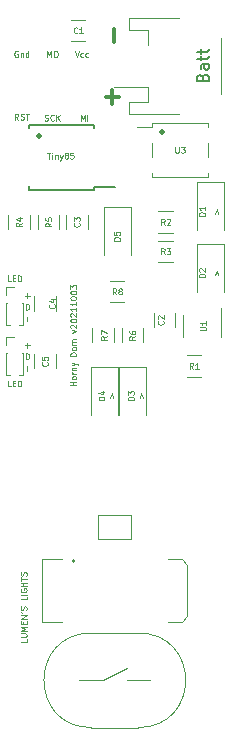
<source format=gbr>
%TF.GenerationSoftware,KiCad,Pcbnew,(5.1.6)-1*%
%TF.CreationDate,2021-10-03T16:09:20-04:00*%
%TF.ProjectId,horny_dom,686f726e-795f-4646-9f6d-2e6b69636164,rev?*%
%TF.SameCoordinates,Original*%
%TF.FileFunction,Legend,Top*%
%TF.FilePolarity,Positive*%
%FSLAX46Y46*%
G04 Gerber Fmt 4.6, Leading zero omitted, Abs format (unit mm)*
G04 Created by KiCad (PCBNEW (5.1.6)-1) date 2021-10-03 16:09:20*
%MOMM*%
%LPD*%
G01*
G04 APERTURE LIST*
%ADD10C,0.125000*%
%ADD11C,0.300000*%
%ADD12C,0.120000*%
%ADD13C,0.150000*%
G04 APERTURE END LIST*
D10*
X146426190Y-104126190D02*
X145926190Y-104126190D01*
X146164285Y-104126190D02*
X146164285Y-103840476D01*
X146426190Y-103840476D02*
X145926190Y-103840476D01*
X146426190Y-103530952D02*
X146402380Y-103578571D01*
X146378571Y-103602380D01*
X146330952Y-103626190D01*
X146188095Y-103626190D01*
X146140476Y-103602380D01*
X146116666Y-103578571D01*
X146092857Y-103530952D01*
X146092857Y-103459523D01*
X146116666Y-103411904D01*
X146140476Y-103388095D01*
X146188095Y-103364285D01*
X146330952Y-103364285D01*
X146378571Y-103388095D01*
X146402380Y-103411904D01*
X146426190Y-103459523D01*
X146426190Y-103530952D01*
X146426190Y-103150000D02*
X146092857Y-103150000D01*
X146188095Y-103150000D02*
X146140476Y-103126190D01*
X146116666Y-103102380D01*
X146092857Y-103054761D01*
X146092857Y-103007142D01*
X146092857Y-102840476D02*
X146426190Y-102840476D01*
X146140476Y-102840476D02*
X146116666Y-102816666D01*
X146092857Y-102769047D01*
X146092857Y-102697619D01*
X146116666Y-102650000D01*
X146164285Y-102626190D01*
X146426190Y-102626190D01*
X146092857Y-102435714D02*
X146426190Y-102316666D01*
X146092857Y-102197619D02*
X146426190Y-102316666D01*
X146545238Y-102364285D01*
X146569047Y-102388095D01*
X146592857Y-102435714D01*
X146426190Y-101626190D02*
X145926190Y-101626190D01*
X145926190Y-101507142D01*
X145950000Y-101435714D01*
X145997619Y-101388095D01*
X146045238Y-101364285D01*
X146140476Y-101340476D01*
X146211904Y-101340476D01*
X146307142Y-101364285D01*
X146354761Y-101388095D01*
X146402380Y-101435714D01*
X146426190Y-101507142D01*
X146426190Y-101626190D01*
X146426190Y-101054761D02*
X146402380Y-101102380D01*
X146378571Y-101126190D01*
X146330952Y-101150000D01*
X146188095Y-101150000D01*
X146140476Y-101126190D01*
X146116666Y-101102380D01*
X146092857Y-101054761D01*
X146092857Y-100983333D01*
X146116666Y-100935714D01*
X146140476Y-100911904D01*
X146188095Y-100888095D01*
X146330952Y-100888095D01*
X146378571Y-100911904D01*
X146402380Y-100935714D01*
X146426190Y-100983333D01*
X146426190Y-101054761D01*
X146426190Y-100673809D02*
X146092857Y-100673809D01*
X146140476Y-100673809D02*
X146116666Y-100650000D01*
X146092857Y-100602380D01*
X146092857Y-100530952D01*
X146116666Y-100483333D01*
X146164285Y-100459523D01*
X146426190Y-100459523D01*
X146164285Y-100459523D02*
X146116666Y-100435714D01*
X146092857Y-100388095D01*
X146092857Y-100316666D01*
X146116666Y-100269047D01*
X146164285Y-100245238D01*
X146426190Y-100245238D01*
X146092857Y-99673809D02*
X146426190Y-99554761D01*
X146092857Y-99435714D01*
X145973809Y-99269047D02*
X145950000Y-99245238D01*
X145926190Y-99197619D01*
X145926190Y-99078571D01*
X145950000Y-99030952D01*
X145973809Y-99007142D01*
X146021428Y-98983333D01*
X146069047Y-98983333D01*
X146140476Y-99007142D01*
X146426190Y-99292857D01*
X146426190Y-98983333D01*
X145926190Y-98673809D02*
X145926190Y-98626190D01*
X145950000Y-98578571D01*
X145973809Y-98554761D01*
X146021428Y-98530952D01*
X146116666Y-98507142D01*
X146235714Y-98507142D01*
X146330952Y-98530952D01*
X146378571Y-98554761D01*
X146402380Y-98578571D01*
X146426190Y-98626190D01*
X146426190Y-98673809D01*
X146402380Y-98721428D01*
X146378571Y-98745238D01*
X146330952Y-98769047D01*
X146235714Y-98792857D01*
X146116666Y-98792857D01*
X146021428Y-98769047D01*
X145973809Y-98745238D01*
X145950000Y-98721428D01*
X145926190Y-98673809D01*
X145973809Y-98316666D02*
X145950000Y-98292857D01*
X145926190Y-98245238D01*
X145926190Y-98126190D01*
X145950000Y-98078571D01*
X145973809Y-98054761D01*
X146021428Y-98030952D01*
X146069047Y-98030952D01*
X146140476Y-98054761D01*
X146426190Y-98340476D01*
X146426190Y-98030952D01*
X146426190Y-97554761D02*
X146426190Y-97840476D01*
X146426190Y-97697619D02*
X145926190Y-97697619D01*
X145997619Y-97745238D01*
X146045238Y-97792857D01*
X146069047Y-97840476D01*
X146426190Y-97078571D02*
X146426190Y-97364285D01*
X146426190Y-97221428D02*
X145926190Y-97221428D01*
X145997619Y-97269047D01*
X146045238Y-97316666D01*
X146069047Y-97364285D01*
X145926190Y-96769047D02*
X145926190Y-96721428D01*
X145950000Y-96673809D01*
X145973809Y-96650000D01*
X146021428Y-96626190D01*
X146116666Y-96602380D01*
X146235714Y-96602380D01*
X146330952Y-96626190D01*
X146378571Y-96650000D01*
X146402380Y-96673809D01*
X146426190Y-96721428D01*
X146426190Y-96769047D01*
X146402380Y-96816666D01*
X146378571Y-96840476D01*
X146330952Y-96864285D01*
X146235714Y-96888095D01*
X146116666Y-96888095D01*
X146021428Y-96864285D01*
X145973809Y-96840476D01*
X145950000Y-96816666D01*
X145926190Y-96769047D01*
X145926190Y-96292857D02*
X145926190Y-96245238D01*
X145950000Y-96197619D01*
X145973809Y-96173809D01*
X146021428Y-96150000D01*
X146116666Y-96126190D01*
X146235714Y-96126190D01*
X146330952Y-96150000D01*
X146378571Y-96173809D01*
X146402380Y-96197619D01*
X146426190Y-96245238D01*
X146426190Y-96292857D01*
X146402380Y-96340476D01*
X146378571Y-96364285D01*
X146330952Y-96388095D01*
X146235714Y-96411904D01*
X146116666Y-96411904D01*
X146021428Y-96388095D01*
X145973809Y-96364285D01*
X145950000Y-96340476D01*
X145926190Y-96292857D01*
X145926190Y-95959523D02*
X145926190Y-95650000D01*
X146116666Y-95816666D01*
X146116666Y-95745238D01*
X146140476Y-95697619D01*
X146164285Y-95673809D01*
X146211904Y-95650000D01*
X146330952Y-95650000D01*
X146378571Y-95673809D01*
X146402380Y-95697619D01*
X146426190Y-95745238D01*
X146426190Y-95888095D01*
X146402380Y-95935714D01*
X146378571Y-95959523D01*
X142226190Y-125590476D02*
X142226190Y-125828571D01*
X141726190Y-125828571D01*
X141726190Y-125423809D02*
X142130952Y-125423809D01*
X142178571Y-125400000D01*
X142202380Y-125376190D01*
X142226190Y-125328571D01*
X142226190Y-125233333D01*
X142202380Y-125185714D01*
X142178571Y-125161904D01*
X142130952Y-125138095D01*
X141726190Y-125138095D01*
X142226190Y-124900000D02*
X141726190Y-124900000D01*
X142083333Y-124733333D01*
X141726190Y-124566666D01*
X142226190Y-124566666D01*
X141964285Y-124328571D02*
X141964285Y-124161904D01*
X142226190Y-124090476D02*
X142226190Y-124328571D01*
X141726190Y-124328571D01*
X141726190Y-124090476D01*
X142226190Y-123876190D02*
X141726190Y-123876190D01*
X142226190Y-123590476D01*
X141726190Y-123590476D01*
X141726190Y-123328571D02*
X141821428Y-123376190D01*
X142202380Y-123138095D02*
X142226190Y-123066666D01*
X142226190Y-122947619D01*
X142202380Y-122900000D01*
X142178571Y-122876190D01*
X142130952Y-122852380D01*
X142083333Y-122852380D01*
X142035714Y-122876190D01*
X142011904Y-122900000D01*
X141988095Y-122947619D01*
X141964285Y-123042857D01*
X141940476Y-123090476D01*
X141916666Y-123114285D01*
X141869047Y-123138095D01*
X141821428Y-123138095D01*
X141773809Y-123114285D01*
X141750000Y-123090476D01*
X141726190Y-123042857D01*
X141726190Y-122923809D01*
X141750000Y-122852380D01*
X142226190Y-122019047D02*
X142226190Y-122257142D01*
X141726190Y-122257142D01*
X142226190Y-121852380D02*
X141726190Y-121852380D01*
X141750000Y-121352380D02*
X141726190Y-121400000D01*
X141726190Y-121471428D01*
X141750000Y-121542857D01*
X141797619Y-121590476D01*
X141845238Y-121614285D01*
X141940476Y-121638095D01*
X142011904Y-121638095D01*
X142107142Y-121614285D01*
X142154761Y-121590476D01*
X142202380Y-121542857D01*
X142226190Y-121471428D01*
X142226190Y-121423809D01*
X142202380Y-121352380D01*
X142178571Y-121328571D01*
X142011904Y-121328571D01*
X142011904Y-121423809D01*
X142226190Y-121114285D02*
X141726190Y-121114285D01*
X141964285Y-121114285D02*
X141964285Y-120828571D01*
X142226190Y-120828571D02*
X141726190Y-120828571D01*
X141726190Y-120661904D02*
X141726190Y-120376190D01*
X142226190Y-120519047D02*
X141726190Y-120519047D01*
X142202380Y-120233333D02*
X142226190Y-120161904D01*
X142226190Y-120042857D01*
X142202380Y-119995238D01*
X142178571Y-119971428D01*
X142130952Y-119947619D01*
X142083333Y-119947619D01*
X142035714Y-119971428D01*
X142011904Y-119995238D01*
X141988095Y-120042857D01*
X141964285Y-120138095D01*
X141940476Y-120185714D01*
X141916666Y-120209523D01*
X141869047Y-120233333D01*
X141821428Y-120233333D01*
X141773809Y-120209523D01*
X141750000Y-120185714D01*
X141726190Y-120138095D01*
X141726190Y-120019047D01*
X141750000Y-119947619D01*
X151792857Y-105190476D02*
X151935714Y-104809523D01*
X152078571Y-105190476D01*
X149292857Y-105190476D02*
X149435714Y-104809523D01*
X149578571Y-105190476D01*
X158192857Y-89590476D02*
X158335714Y-89209523D01*
X158478571Y-89590476D01*
X158192857Y-94790476D02*
X158335714Y-94409523D01*
X158478571Y-94790476D01*
X143757142Y-81702380D02*
X143828571Y-81726190D01*
X143947619Y-81726190D01*
X143995238Y-81702380D01*
X144019047Y-81678571D01*
X144042857Y-81630952D01*
X144042857Y-81583333D01*
X144019047Y-81535714D01*
X143995238Y-81511904D01*
X143947619Y-81488095D01*
X143852380Y-81464285D01*
X143804761Y-81440476D01*
X143780952Y-81416666D01*
X143757142Y-81369047D01*
X143757142Y-81321428D01*
X143780952Y-81273809D01*
X143804761Y-81250000D01*
X143852380Y-81226190D01*
X143971428Y-81226190D01*
X144042857Y-81250000D01*
X144542857Y-81678571D02*
X144519047Y-81702380D01*
X144447619Y-81726190D01*
X144400000Y-81726190D01*
X144328571Y-81702380D01*
X144280952Y-81654761D01*
X144257142Y-81607142D01*
X144233333Y-81511904D01*
X144233333Y-81440476D01*
X144257142Y-81345238D01*
X144280952Y-81297619D01*
X144328571Y-81250000D01*
X144400000Y-81226190D01*
X144447619Y-81226190D01*
X144519047Y-81250000D01*
X144542857Y-81273809D01*
X144757142Y-81726190D02*
X144757142Y-81226190D01*
X145042857Y-81726190D02*
X144828571Y-81440476D01*
X145042857Y-81226190D02*
X144757142Y-81511904D01*
X141526190Y-81626190D02*
X141359523Y-81388095D01*
X141240476Y-81626190D02*
X141240476Y-81126190D01*
X141430952Y-81126190D01*
X141478571Y-81150000D01*
X141502380Y-81173809D01*
X141526190Y-81221428D01*
X141526190Y-81292857D01*
X141502380Y-81340476D01*
X141478571Y-81364285D01*
X141430952Y-81388095D01*
X141240476Y-81388095D01*
X141716666Y-81602380D02*
X141788095Y-81626190D01*
X141907142Y-81626190D01*
X141954761Y-81602380D01*
X141978571Y-81578571D01*
X142002380Y-81530952D01*
X142002380Y-81483333D01*
X141978571Y-81435714D01*
X141954761Y-81411904D01*
X141907142Y-81388095D01*
X141811904Y-81364285D01*
X141764285Y-81340476D01*
X141740476Y-81316666D01*
X141716666Y-81269047D01*
X141716666Y-81221428D01*
X141740476Y-81173809D01*
X141764285Y-81150000D01*
X141811904Y-81126190D01*
X141930952Y-81126190D01*
X142002380Y-81150000D01*
X142145238Y-81126190D02*
X142430952Y-81126190D01*
X142288095Y-81626190D02*
X142288095Y-81126190D01*
X141478571Y-75850000D02*
X141430952Y-75826190D01*
X141359523Y-75826190D01*
X141288095Y-75850000D01*
X141240476Y-75897619D01*
X141216666Y-75945238D01*
X141192857Y-76040476D01*
X141192857Y-76111904D01*
X141216666Y-76207142D01*
X141240476Y-76254761D01*
X141288095Y-76302380D01*
X141359523Y-76326190D01*
X141407142Y-76326190D01*
X141478571Y-76302380D01*
X141502380Y-76278571D01*
X141502380Y-76111904D01*
X141407142Y-76111904D01*
X141716666Y-75992857D02*
X141716666Y-76326190D01*
X141716666Y-76040476D02*
X141740476Y-76016666D01*
X141788095Y-75992857D01*
X141859523Y-75992857D01*
X141907142Y-76016666D01*
X141930952Y-76064285D01*
X141930952Y-76326190D01*
X142383333Y-76326190D02*
X142383333Y-75826190D01*
X142383333Y-76302380D02*
X142335714Y-76326190D01*
X142240476Y-76326190D01*
X142192857Y-76302380D01*
X142169047Y-76278571D01*
X142145238Y-76230952D01*
X142145238Y-76088095D01*
X142169047Y-76040476D01*
X142192857Y-76016666D01*
X142240476Y-75992857D01*
X142335714Y-75992857D01*
X142383333Y-76016666D01*
X143971428Y-76326190D02*
X143971428Y-75826190D01*
X144138095Y-76183333D01*
X144304761Y-75826190D01*
X144304761Y-76326190D01*
X144638095Y-75826190D02*
X144733333Y-75826190D01*
X144780952Y-75850000D01*
X144828571Y-75897619D01*
X144852380Y-75992857D01*
X144852380Y-76159523D01*
X144828571Y-76254761D01*
X144780952Y-76302380D01*
X144733333Y-76326190D01*
X144638095Y-76326190D01*
X144590476Y-76302380D01*
X144542857Y-76254761D01*
X144519047Y-76159523D01*
X144519047Y-75992857D01*
X144542857Y-75897619D01*
X144590476Y-75850000D01*
X144638095Y-75826190D01*
X146304761Y-75826190D02*
X146471428Y-76326190D01*
X146638095Y-75826190D01*
X147019047Y-76302380D02*
X146971428Y-76326190D01*
X146876190Y-76326190D01*
X146828571Y-76302380D01*
X146804761Y-76278571D01*
X146780952Y-76230952D01*
X146780952Y-76088095D01*
X146804761Y-76040476D01*
X146828571Y-76016666D01*
X146876190Y-75992857D01*
X146971428Y-75992857D01*
X147019047Y-76016666D01*
X147447619Y-76302380D02*
X147400000Y-76326190D01*
X147304761Y-76326190D01*
X147257142Y-76302380D01*
X147233333Y-76278571D01*
X147209523Y-76230952D01*
X147209523Y-76088095D01*
X147233333Y-76040476D01*
X147257142Y-76016666D01*
X147304761Y-75992857D01*
X147400000Y-75992857D01*
X147447619Y-76016666D01*
X146814285Y-81726190D02*
X146814285Y-81226190D01*
X146980952Y-81583333D01*
X147147619Y-81226190D01*
X147147619Y-81726190D01*
X147385714Y-81726190D02*
X147385714Y-81226190D01*
D11*
X148928571Y-79707142D02*
X150071428Y-79707142D01*
X149500000Y-80278571D02*
X149500000Y-79135714D01*
X149607142Y-75071428D02*
X149607142Y-73928571D01*
X153700000Y-82635714D02*
X153771428Y-82707142D01*
X153700000Y-82778571D01*
X153628571Y-82707142D01*
X153700000Y-82635714D01*
X153700000Y-82778571D01*
X143300000Y-82935714D02*
X143371428Y-83007142D01*
X143300000Y-83078571D01*
X143228571Y-83007142D01*
X143300000Y-82935714D01*
X143300000Y-83078571D01*
D10*
X142109523Y-100735714D02*
X142490476Y-100735714D01*
X142300000Y-100926190D02*
X142300000Y-100545238D01*
X142169047Y-101926190D02*
X142169047Y-101426190D01*
X142288095Y-101426190D01*
X142359523Y-101450000D01*
X142407142Y-101497619D01*
X142430952Y-101545238D01*
X142454761Y-101640476D01*
X142454761Y-101711904D01*
X142430952Y-101807142D01*
X142407142Y-101854761D01*
X142359523Y-101902380D01*
X142288095Y-101926190D01*
X142169047Y-101926190D01*
X142235714Y-102890476D02*
X142235714Y-102509523D01*
X142169047Y-97726190D02*
X142169047Y-97226190D01*
X142288095Y-97226190D01*
X142359523Y-97250000D01*
X142407142Y-97297619D01*
X142430952Y-97345238D01*
X142454761Y-97440476D01*
X142454761Y-97511904D01*
X142430952Y-97607142D01*
X142407142Y-97654761D01*
X142359523Y-97702380D01*
X142288095Y-97726190D01*
X142169047Y-97726190D01*
X142235714Y-98690476D02*
X142235714Y-98309523D01*
X142109523Y-96535714D02*
X142490476Y-96535714D01*
X142300000Y-96726190D02*
X142300000Y-96345238D01*
D12*
%TO.C,U3*%
X157550000Y-84820000D02*
X157550000Y-83580000D01*
X152850000Y-84820000D02*
X152850000Y-83580000D01*
X152850000Y-82250000D02*
X152850000Y-81900000D01*
X152850000Y-81900000D02*
X157550000Y-81900000D01*
X157550000Y-81900000D02*
X157550000Y-82250000D01*
X152850000Y-82250000D02*
X151600000Y-82250000D01*
X152850000Y-86150000D02*
X152850000Y-86500000D01*
X152850000Y-86500000D02*
X157550000Y-86500000D01*
X157550000Y-86500000D02*
X157550000Y-86150000D01*
D13*
%TO.C,Tiny85*%
X147950000Y-87350000D02*
X149700000Y-87350000D01*
X147950000Y-82045000D02*
X142450000Y-82045000D01*
X147950000Y-87555000D02*
X142450000Y-87555000D01*
X147950000Y-82045000D02*
X147950000Y-82345000D01*
X142450000Y-82045000D02*
X142450000Y-82345000D01*
X142450000Y-87555000D02*
X142450000Y-87255000D01*
X147950000Y-87555000D02*
X147950000Y-87350000D01*
D12*
%TO.C,U1*%
X158710000Y-100000000D02*
X158710000Y-97550000D01*
X155490000Y-98200000D02*
X155490000Y-100000000D01*
%TO.C,SW1*%
X150700000Y-129100000D02*
X152700000Y-129100000D01*
X148700000Y-129100000D02*
X150700000Y-128100000D01*
X146700000Y-129100000D02*
X148700000Y-129100000D01*
X147700000Y-125100000D02*
X149700000Y-125100000D01*
X151700000Y-133100000D02*
X147700000Y-133100000D01*
X149700000Y-125100000D02*
X151700000Y-125100000D01*
X147700000Y-133100000D02*
G75*
G02*
X147700000Y-125100000I0J4000000D01*
G01*
X151700000Y-125100000D02*
G75*
G02*
X151700000Y-133100000I0J-4000000D01*
G01*
%TO.C,R8*%
X150502064Y-95290000D02*
X149297936Y-95290000D01*
X150502064Y-97110000D02*
X149297936Y-97110000D01*
%TO.C,R7*%
X147790000Y-99297936D02*
X147790000Y-100502064D01*
X149610000Y-99297936D02*
X149610000Y-100502064D01*
%TO.C,R6*%
X150290000Y-99297936D02*
X150290000Y-100502064D01*
X152110000Y-99297936D02*
X152110000Y-100502064D01*
%TO.C,R5*%
X145010000Y-90902064D02*
X145010000Y-89697936D01*
X143190000Y-90902064D02*
X143190000Y-89697936D01*
%TO.C,R4*%
X140690000Y-89697936D02*
X140690000Y-90902064D01*
X142510000Y-89697936D02*
X142510000Y-90902064D01*
%TO.C,R3*%
X154602064Y-91890000D02*
X153397936Y-91890000D01*
X154602064Y-93710000D02*
X153397936Y-93710000D01*
%TO.C,R2*%
X153397936Y-91210000D02*
X154602064Y-91210000D01*
X153397936Y-89390000D02*
X154602064Y-89390000D01*
%TO.C,R1*%
X155797936Y-103410000D02*
X157002064Y-103410000D01*
X155797936Y-101590000D02*
X157002064Y-101590000D01*
%TO.C,JP1*%
X151100000Y-117100000D02*
X148300000Y-117100000D01*
X148300000Y-117100000D02*
X148300000Y-115100000D01*
X148300000Y-115100000D02*
X151100000Y-115100000D01*
X151100000Y-115100000D02*
X151100000Y-117100000D01*
%TO.C,LED*%
X140505000Y-100015000D02*
X141200000Y-100015000D01*
X140505000Y-100700000D02*
X140505000Y-100015000D01*
X141808276Y-101385000D02*
X141895000Y-101385000D01*
X140505000Y-101385000D02*
X140591724Y-101385000D01*
X141895000Y-101385000D02*
X141895000Y-103260000D01*
X140505000Y-101385000D02*
X140505000Y-103260000D01*
X141594493Y-103260000D02*
X141895000Y-103260000D01*
X140505000Y-103260000D02*
X140805507Y-103260000D01*
X140505000Y-95815000D02*
X141200000Y-95815000D01*
X140505000Y-96500000D02*
X140505000Y-95815000D01*
X141808276Y-97185000D02*
X141895000Y-97185000D01*
X140505000Y-97185000D02*
X140591724Y-97185000D01*
X141895000Y-97185000D02*
X141895000Y-99060000D01*
X140505000Y-97185000D02*
X140505000Y-99060000D01*
X141594493Y-99060000D02*
X141895000Y-99060000D01*
X140505000Y-99060000D02*
X140805507Y-99060000D01*
D13*
%TO.C,J1*%
X146311803Y-119000000D02*
G75*
G03*
X146311803Y-119000000I-111803J0D01*
G01*
D12*
X155400000Y-124150000D02*
X155850000Y-123700000D01*
X155400000Y-118850000D02*
X155850000Y-119300000D01*
X154200000Y-124150000D02*
X155400000Y-124150000D01*
X154200000Y-118850000D02*
X155400000Y-118850000D01*
X155850000Y-119300000D02*
X155850000Y-123700000D01*
X143550000Y-124150000D02*
X145200000Y-124150000D01*
X143550000Y-118850000D02*
X145200000Y-118850000D01*
X143550000Y-118850000D02*
X143550000Y-124150000D01*
%TO.C,D5*%
X148765000Y-89040000D02*
X148765000Y-93100000D01*
X151035000Y-89040000D02*
X148765000Y-89040000D01*
X151035000Y-93100000D02*
X151035000Y-89040000D01*
%TO.C,D4*%
X147665000Y-102540000D02*
X147665000Y-106600000D01*
X149935000Y-102540000D02*
X147665000Y-102540000D01*
X149935000Y-106600000D02*
X149935000Y-102540000D01*
%TO.C,D3*%
X150065000Y-102540000D02*
X150065000Y-106600000D01*
X152335000Y-102540000D02*
X150065000Y-102540000D01*
X152335000Y-106600000D02*
X152335000Y-102540000D01*
%TO.C,D2*%
X156665000Y-92140000D02*
X156665000Y-96200000D01*
X158935000Y-92140000D02*
X156665000Y-92140000D01*
X158935000Y-96200000D02*
X158935000Y-92140000D01*
%TO.C,D1*%
X156665000Y-86940000D02*
X156665000Y-91000000D01*
X158935000Y-86940000D02*
X156665000Y-86940000D01*
X158935000Y-91000000D02*
X158935000Y-86940000D01*
%TO.C,C5*%
X142890000Y-101497936D02*
X142890000Y-102702064D01*
X144710000Y-101497936D02*
X144710000Y-102702064D01*
%TO.C,C4*%
X142890000Y-96597936D02*
X142890000Y-97802064D01*
X144710000Y-96597936D02*
X144710000Y-97802064D01*
%TO.C,C3*%
X147410000Y-90902064D02*
X147410000Y-89697936D01*
X145590000Y-90902064D02*
X145590000Y-89697936D01*
%TO.C,C2*%
X152990000Y-97997936D02*
X152990000Y-99202064D01*
X154810000Y-97997936D02*
X154810000Y-99202064D01*
%TO.C,C1*%
X147202064Y-73190000D02*
X145997936Y-73190000D01*
X147202064Y-75010000D02*
X145997936Y-75010000D01*
%TO.C,BT1*%
X158710000Y-79440000D02*
X158710000Y-74760000D01*
X152490000Y-74060000D02*
X152490000Y-75340000D01*
X150890000Y-74060000D02*
X152490000Y-74060000D01*
X150890000Y-73040000D02*
X150890000Y-74060000D01*
X155140000Y-73040000D02*
X150890000Y-73040000D01*
X152490000Y-78860000D02*
X149600000Y-78860000D01*
X152490000Y-80140000D02*
X152490000Y-78860000D01*
X150890000Y-80140000D02*
X152490000Y-80140000D01*
X150890000Y-81160000D02*
X150890000Y-80140000D01*
X155140000Y-81160000D02*
X150890000Y-81160000D01*
%TO.C,Batt*%
D13*
X157128571Y-78052380D02*
X157176190Y-77909523D01*
X157223809Y-77861904D01*
X157319047Y-77814285D01*
X157461904Y-77814285D01*
X157557142Y-77861904D01*
X157604761Y-77909523D01*
X157652380Y-78004761D01*
X157652380Y-78385714D01*
X156652380Y-78385714D01*
X156652380Y-78052380D01*
X156700000Y-77957142D01*
X156747619Y-77909523D01*
X156842857Y-77861904D01*
X156938095Y-77861904D01*
X157033333Y-77909523D01*
X157080952Y-77957142D01*
X157128571Y-78052380D01*
X157128571Y-78385714D01*
X157652380Y-76957142D02*
X157128571Y-76957142D01*
X157033333Y-77004761D01*
X156985714Y-77100000D01*
X156985714Y-77290476D01*
X157033333Y-77385714D01*
X157604761Y-76957142D02*
X157652380Y-77052380D01*
X157652380Y-77290476D01*
X157604761Y-77385714D01*
X157509523Y-77433333D01*
X157414285Y-77433333D01*
X157319047Y-77385714D01*
X157271428Y-77290476D01*
X157271428Y-77052380D01*
X157223809Y-76957142D01*
X156985714Y-76623809D02*
X156985714Y-76242857D01*
X156652380Y-76480952D02*
X157509523Y-76480952D01*
X157604761Y-76433333D01*
X157652380Y-76338095D01*
X157652380Y-76242857D01*
X156985714Y-76052380D02*
X156985714Y-75671428D01*
X156652380Y-75909523D02*
X157509523Y-75909523D01*
X157604761Y-75861904D01*
X157652380Y-75766666D01*
X157652380Y-75671428D01*
%TO.C,U3*%
D10*
X154819047Y-83926190D02*
X154819047Y-84330952D01*
X154842857Y-84378571D01*
X154866666Y-84402380D01*
X154914285Y-84426190D01*
X155009523Y-84426190D01*
X155057142Y-84402380D01*
X155080952Y-84378571D01*
X155104761Y-84330952D01*
X155104761Y-83926190D01*
X155295238Y-83926190D02*
X155604761Y-83926190D01*
X155438095Y-84116666D01*
X155509523Y-84116666D01*
X155557142Y-84140476D01*
X155580952Y-84164285D01*
X155604761Y-84211904D01*
X155604761Y-84330952D01*
X155580952Y-84378571D01*
X155557142Y-84402380D01*
X155509523Y-84426190D01*
X155366666Y-84426190D01*
X155319047Y-84402380D01*
X155295238Y-84378571D01*
%TO.C,Tiny85*%
X143945238Y-84426190D02*
X144230952Y-84426190D01*
X144088095Y-84926190D02*
X144088095Y-84426190D01*
X144397619Y-84926190D02*
X144397619Y-84592857D01*
X144397619Y-84426190D02*
X144373809Y-84450000D01*
X144397619Y-84473809D01*
X144421428Y-84450000D01*
X144397619Y-84426190D01*
X144397619Y-84473809D01*
X144635714Y-84592857D02*
X144635714Y-84926190D01*
X144635714Y-84640476D02*
X144659523Y-84616666D01*
X144707142Y-84592857D01*
X144778571Y-84592857D01*
X144826190Y-84616666D01*
X144850000Y-84664285D01*
X144850000Y-84926190D01*
X145040476Y-84592857D02*
X145159523Y-84926190D01*
X145278571Y-84592857D02*
X145159523Y-84926190D01*
X145111904Y-85045238D01*
X145088095Y-85069047D01*
X145040476Y-85092857D01*
X145540476Y-84640476D02*
X145492857Y-84616666D01*
X145469047Y-84592857D01*
X145445238Y-84545238D01*
X145445238Y-84521428D01*
X145469047Y-84473809D01*
X145492857Y-84450000D01*
X145540476Y-84426190D01*
X145635714Y-84426190D01*
X145683333Y-84450000D01*
X145707142Y-84473809D01*
X145730952Y-84521428D01*
X145730952Y-84545238D01*
X145707142Y-84592857D01*
X145683333Y-84616666D01*
X145635714Y-84640476D01*
X145540476Y-84640476D01*
X145492857Y-84664285D01*
X145469047Y-84688095D01*
X145445238Y-84735714D01*
X145445238Y-84830952D01*
X145469047Y-84878571D01*
X145492857Y-84902380D01*
X145540476Y-84926190D01*
X145635714Y-84926190D01*
X145683333Y-84902380D01*
X145707142Y-84878571D01*
X145730952Y-84830952D01*
X145730952Y-84735714D01*
X145707142Y-84688095D01*
X145683333Y-84664285D01*
X145635714Y-84640476D01*
X146183333Y-84426190D02*
X145945238Y-84426190D01*
X145921428Y-84664285D01*
X145945238Y-84640476D01*
X145992857Y-84616666D01*
X146111904Y-84616666D01*
X146159523Y-84640476D01*
X146183333Y-84664285D01*
X146207142Y-84711904D01*
X146207142Y-84830952D01*
X146183333Y-84878571D01*
X146159523Y-84902380D01*
X146111904Y-84926190D01*
X145992857Y-84926190D01*
X145945238Y-84902380D01*
X145921428Y-84878571D01*
%TO.C,U1*%
X156926190Y-99480952D02*
X157330952Y-99480952D01*
X157378571Y-99457142D01*
X157402380Y-99433333D01*
X157426190Y-99385714D01*
X157426190Y-99290476D01*
X157402380Y-99242857D01*
X157378571Y-99219047D01*
X157330952Y-99195238D01*
X156926190Y-99195238D01*
X157426190Y-98695238D02*
X157426190Y-98980952D01*
X157426190Y-98838095D02*
X156926190Y-98838095D01*
X156997619Y-98885714D01*
X157045238Y-98933333D01*
X157069047Y-98980952D01*
%TO.C,R8*%
X149816666Y-96426190D02*
X149650000Y-96188095D01*
X149530952Y-96426190D02*
X149530952Y-95926190D01*
X149721428Y-95926190D01*
X149769047Y-95950000D01*
X149792857Y-95973809D01*
X149816666Y-96021428D01*
X149816666Y-96092857D01*
X149792857Y-96140476D01*
X149769047Y-96164285D01*
X149721428Y-96188095D01*
X149530952Y-96188095D01*
X150102380Y-96140476D02*
X150054761Y-96116666D01*
X150030952Y-96092857D01*
X150007142Y-96045238D01*
X150007142Y-96021428D01*
X150030952Y-95973809D01*
X150054761Y-95950000D01*
X150102380Y-95926190D01*
X150197619Y-95926190D01*
X150245238Y-95950000D01*
X150269047Y-95973809D01*
X150292857Y-96021428D01*
X150292857Y-96045238D01*
X150269047Y-96092857D01*
X150245238Y-96116666D01*
X150197619Y-96140476D01*
X150102380Y-96140476D01*
X150054761Y-96164285D01*
X150030952Y-96188095D01*
X150007142Y-96235714D01*
X150007142Y-96330952D01*
X150030952Y-96378571D01*
X150054761Y-96402380D01*
X150102380Y-96426190D01*
X150197619Y-96426190D01*
X150245238Y-96402380D01*
X150269047Y-96378571D01*
X150292857Y-96330952D01*
X150292857Y-96235714D01*
X150269047Y-96188095D01*
X150245238Y-96164285D01*
X150197619Y-96140476D01*
%TO.C,R7*%
X149026190Y-99983333D02*
X148788095Y-100150000D01*
X149026190Y-100269047D02*
X148526190Y-100269047D01*
X148526190Y-100078571D01*
X148550000Y-100030952D01*
X148573809Y-100007142D01*
X148621428Y-99983333D01*
X148692857Y-99983333D01*
X148740476Y-100007142D01*
X148764285Y-100030952D01*
X148788095Y-100078571D01*
X148788095Y-100269047D01*
X148526190Y-99816666D02*
X148526190Y-99483333D01*
X149026190Y-99697619D01*
%TO.C,R6*%
X151426190Y-99983333D02*
X151188095Y-100150000D01*
X151426190Y-100269047D02*
X150926190Y-100269047D01*
X150926190Y-100078571D01*
X150950000Y-100030952D01*
X150973809Y-100007142D01*
X151021428Y-99983333D01*
X151092857Y-99983333D01*
X151140476Y-100007142D01*
X151164285Y-100030952D01*
X151188095Y-100078571D01*
X151188095Y-100269047D01*
X150926190Y-99554761D02*
X150926190Y-99650000D01*
X150950000Y-99697619D01*
X150973809Y-99721428D01*
X151045238Y-99769047D01*
X151140476Y-99792857D01*
X151330952Y-99792857D01*
X151378571Y-99769047D01*
X151402380Y-99745238D01*
X151426190Y-99697619D01*
X151426190Y-99602380D01*
X151402380Y-99554761D01*
X151378571Y-99530952D01*
X151330952Y-99507142D01*
X151211904Y-99507142D01*
X151164285Y-99530952D01*
X151140476Y-99554761D01*
X151116666Y-99602380D01*
X151116666Y-99697619D01*
X151140476Y-99745238D01*
X151164285Y-99769047D01*
X151211904Y-99792857D01*
%TO.C,R5*%
X144326190Y-90383333D02*
X144088095Y-90550000D01*
X144326190Y-90669047D02*
X143826190Y-90669047D01*
X143826190Y-90478571D01*
X143850000Y-90430952D01*
X143873809Y-90407142D01*
X143921428Y-90383333D01*
X143992857Y-90383333D01*
X144040476Y-90407142D01*
X144064285Y-90430952D01*
X144088095Y-90478571D01*
X144088095Y-90669047D01*
X143826190Y-89930952D02*
X143826190Y-90169047D01*
X144064285Y-90192857D01*
X144040476Y-90169047D01*
X144016666Y-90121428D01*
X144016666Y-90002380D01*
X144040476Y-89954761D01*
X144064285Y-89930952D01*
X144111904Y-89907142D01*
X144230952Y-89907142D01*
X144278571Y-89930952D01*
X144302380Y-89954761D01*
X144326190Y-90002380D01*
X144326190Y-90121428D01*
X144302380Y-90169047D01*
X144278571Y-90192857D01*
%TO.C,R4*%
X141826190Y-90383333D02*
X141588095Y-90550000D01*
X141826190Y-90669047D02*
X141326190Y-90669047D01*
X141326190Y-90478571D01*
X141350000Y-90430952D01*
X141373809Y-90407142D01*
X141421428Y-90383333D01*
X141492857Y-90383333D01*
X141540476Y-90407142D01*
X141564285Y-90430952D01*
X141588095Y-90478571D01*
X141588095Y-90669047D01*
X141492857Y-89954761D02*
X141826190Y-89954761D01*
X141302380Y-90073809D02*
X141659523Y-90192857D01*
X141659523Y-89883333D01*
%TO.C,R3*%
X153916666Y-93026190D02*
X153750000Y-92788095D01*
X153630952Y-93026190D02*
X153630952Y-92526190D01*
X153821428Y-92526190D01*
X153869047Y-92550000D01*
X153892857Y-92573809D01*
X153916666Y-92621428D01*
X153916666Y-92692857D01*
X153892857Y-92740476D01*
X153869047Y-92764285D01*
X153821428Y-92788095D01*
X153630952Y-92788095D01*
X154083333Y-92526190D02*
X154392857Y-92526190D01*
X154226190Y-92716666D01*
X154297619Y-92716666D01*
X154345238Y-92740476D01*
X154369047Y-92764285D01*
X154392857Y-92811904D01*
X154392857Y-92930952D01*
X154369047Y-92978571D01*
X154345238Y-93002380D01*
X154297619Y-93026190D01*
X154154761Y-93026190D01*
X154107142Y-93002380D01*
X154083333Y-92978571D01*
%TO.C,R2*%
X153916666Y-90526190D02*
X153750000Y-90288095D01*
X153630952Y-90526190D02*
X153630952Y-90026190D01*
X153821428Y-90026190D01*
X153869047Y-90050000D01*
X153892857Y-90073809D01*
X153916666Y-90121428D01*
X153916666Y-90192857D01*
X153892857Y-90240476D01*
X153869047Y-90264285D01*
X153821428Y-90288095D01*
X153630952Y-90288095D01*
X154107142Y-90073809D02*
X154130952Y-90050000D01*
X154178571Y-90026190D01*
X154297619Y-90026190D01*
X154345238Y-90050000D01*
X154369047Y-90073809D01*
X154392857Y-90121428D01*
X154392857Y-90169047D01*
X154369047Y-90240476D01*
X154083333Y-90526190D01*
X154392857Y-90526190D01*
%TO.C,R1*%
X156316666Y-102726190D02*
X156150000Y-102488095D01*
X156030952Y-102726190D02*
X156030952Y-102226190D01*
X156221428Y-102226190D01*
X156269047Y-102250000D01*
X156292857Y-102273809D01*
X156316666Y-102321428D01*
X156316666Y-102392857D01*
X156292857Y-102440476D01*
X156269047Y-102464285D01*
X156221428Y-102488095D01*
X156030952Y-102488095D01*
X156792857Y-102726190D02*
X156507142Y-102726190D01*
X156650000Y-102726190D02*
X156650000Y-102226190D01*
X156602380Y-102297619D01*
X156554761Y-102345238D01*
X156507142Y-102369047D01*
%TO.C,LED*%
X140878571Y-104226190D02*
X140640476Y-104226190D01*
X140640476Y-103726190D01*
X141045238Y-103964285D02*
X141211904Y-103964285D01*
X141283333Y-104226190D02*
X141045238Y-104226190D01*
X141045238Y-103726190D01*
X141283333Y-103726190D01*
X141497619Y-104226190D02*
X141497619Y-103726190D01*
X141616666Y-103726190D01*
X141688095Y-103750000D01*
X141735714Y-103797619D01*
X141759523Y-103845238D01*
X141783333Y-103940476D01*
X141783333Y-104011904D01*
X141759523Y-104107142D01*
X141735714Y-104154761D01*
X141688095Y-104202380D01*
X141616666Y-104226190D01*
X141497619Y-104226190D01*
X140878571Y-95326190D02*
X140640476Y-95326190D01*
X140640476Y-94826190D01*
X141045238Y-95064285D02*
X141211904Y-95064285D01*
X141283333Y-95326190D02*
X141045238Y-95326190D01*
X141045238Y-94826190D01*
X141283333Y-94826190D01*
X141497619Y-95326190D02*
X141497619Y-94826190D01*
X141616666Y-94826190D01*
X141688095Y-94850000D01*
X141735714Y-94897619D01*
X141759523Y-94945238D01*
X141783333Y-95040476D01*
X141783333Y-95111904D01*
X141759523Y-95207142D01*
X141735714Y-95254761D01*
X141688095Y-95302380D01*
X141616666Y-95326190D01*
X141497619Y-95326190D01*
%TO.C,D5*%
X150126190Y-91869047D02*
X149626190Y-91869047D01*
X149626190Y-91750000D01*
X149650000Y-91678571D01*
X149697619Y-91630952D01*
X149745238Y-91607142D01*
X149840476Y-91583333D01*
X149911904Y-91583333D01*
X150007142Y-91607142D01*
X150054761Y-91630952D01*
X150102380Y-91678571D01*
X150126190Y-91750000D01*
X150126190Y-91869047D01*
X149626190Y-91130952D02*
X149626190Y-91369047D01*
X149864285Y-91392857D01*
X149840476Y-91369047D01*
X149816666Y-91321428D01*
X149816666Y-91202380D01*
X149840476Y-91154761D01*
X149864285Y-91130952D01*
X149911904Y-91107142D01*
X150030952Y-91107142D01*
X150078571Y-91130952D01*
X150102380Y-91154761D01*
X150126190Y-91202380D01*
X150126190Y-91321428D01*
X150102380Y-91369047D01*
X150078571Y-91392857D01*
%TO.C,D4*%
X148826190Y-105369047D02*
X148326190Y-105369047D01*
X148326190Y-105250000D01*
X148350000Y-105178571D01*
X148397619Y-105130952D01*
X148445238Y-105107142D01*
X148540476Y-105083333D01*
X148611904Y-105083333D01*
X148707142Y-105107142D01*
X148754761Y-105130952D01*
X148802380Y-105178571D01*
X148826190Y-105250000D01*
X148826190Y-105369047D01*
X148492857Y-104654761D02*
X148826190Y-104654761D01*
X148302380Y-104773809D02*
X148659523Y-104892857D01*
X148659523Y-104583333D01*
%TO.C,D3*%
X151326190Y-105369047D02*
X150826190Y-105369047D01*
X150826190Y-105250000D01*
X150850000Y-105178571D01*
X150897619Y-105130952D01*
X150945238Y-105107142D01*
X151040476Y-105083333D01*
X151111904Y-105083333D01*
X151207142Y-105107142D01*
X151254761Y-105130952D01*
X151302380Y-105178571D01*
X151326190Y-105250000D01*
X151326190Y-105369047D01*
X150826190Y-104916666D02*
X150826190Y-104607142D01*
X151016666Y-104773809D01*
X151016666Y-104702380D01*
X151040476Y-104654761D01*
X151064285Y-104630952D01*
X151111904Y-104607142D01*
X151230952Y-104607142D01*
X151278571Y-104630952D01*
X151302380Y-104654761D01*
X151326190Y-104702380D01*
X151326190Y-104845238D01*
X151302380Y-104892857D01*
X151278571Y-104916666D01*
%TO.C,D2*%
X157326190Y-94969047D02*
X156826190Y-94969047D01*
X156826190Y-94850000D01*
X156850000Y-94778571D01*
X156897619Y-94730952D01*
X156945238Y-94707142D01*
X157040476Y-94683333D01*
X157111904Y-94683333D01*
X157207142Y-94707142D01*
X157254761Y-94730952D01*
X157302380Y-94778571D01*
X157326190Y-94850000D01*
X157326190Y-94969047D01*
X156873809Y-94492857D02*
X156850000Y-94469047D01*
X156826190Y-94421428D01*
X156826190Y-94302380D01*
X156850000Y-94254761D01*
X156873809Y-94230952D01*
X156921428Y-94207142D01*
X156969047Y-94207142D01*
X157040476Y-94230952D01*
X157326190Y-94516666D01*
X157326190Y-94207142D01*
%TO.C,D1*%
X157326190Y-89769047D02*
X156826190Y-89769047D01*
X156826190Y-89650000D01*
X156850000Y-89578571D01*
X156897619Y-89530952D01*
X156945238Y-89507142D01*
X157040476Y-89483333D01*
X157111904Y-89483333D01*
X157207142Y-89507142D01*
X157254761Y-89530952D01*
X157302380Y-89578571D01*
X157326190Y-89650000D01*
X157326190Y-89769047D01*
X157326190Y-89007142D02*
X157326190Y-89292857D01*
X157326190Y-89150000D02*
X156826190Y-89150000D01*
X156897619Y-89197619D01*
X156945238Y-89245238D01*
X156969047Y-89292857D01*
%TO.C,C5*%
X143978571Y-102183333D02*
X144002380Y-102207142D01*
X144026190Y-102278571D01*
X144026190Y-102326190D01*
X144002380Y-102397619D01*
X143954761Y-102445238D01*
X143907142Y-102469047D01*
X143811904Y-102492857D01*
X143740476Y-102492857D01*
X143645238Y-102469047D01*
X143597619Y-102445238D01*
X143550000Y-102397619D01*
X143526190Y-102326190D01*
X143526190Y-102278571D01*
X143550000Y-102207142D01*
X143573809Y-102183333D01*
X143526190Y-101730952D02*
X143526190Y-101969047D01*
X143764285Y-101992857D01*
X143740476Y-101969047D01*
X143716666Y-101921428D01*
X143716666Y-101802380D01*
X143740476Y-101754761D01*
X143764285Y-101730952D01*
X143811904Y-101707142D01*
X143930952Y-101707142D01*
X143978571Y-101730952D01*
X144002380Y-101754761D01*
X144026190Y-101802380D01*
X144026190Y-101921428D01*
X144002380Y-101969047D01*
X143978571Y-101992857D01*
%TO.C,C4*%
X144578571Y-97283333D02*
X144602380Y-97307142D01*
X144626190Y-97378571D01*
X144626190Y-97426190D01*
X144602380Y-97497619D01*
X144554761Y-97545238D01*
X144507142Y-97569047D01*
X144411904Y-97592857D01*
X144340476Y-97592857D01*
X144245238Y-97569047D01*
X144197619Y-97545238D01*
X144150000Y-97497619D01*
X144126190Y-97426190D01*
X144126190Y-97378571D01*
X144150000Y-97307142D01*
X144173809Y-97283333D01*
X144292857Y-96854761D02*
X144626190Y-96854761D01*
X144102380Y-96973809D02*
X144459523Y-97092857D01*
X144459523Y-96783333D01*
%TO.C,C3*%
X146678571Y-90383333D02*
X146702380Y-90407142D01*
X146726190Y-90478571D01*
X146726190Y-90526190D01*
X146702380Y-90597619D01*
X146654761Y-90645238D01*
X146607142Y-90669047D01*
X146511904Y-90692857D01*
X146440476Y-90692857D01*
X146345238Y-90669047D01*
X146297619Y-90645238D01*
X146250000Y-90597619D01*
X146226190Y-90526190D01*
X146226190Y-90478571D01*
X146250000Y-90407142D01*
X146273809Y-90383333D01*
X146226190Y-90216666D02*
X146226190Y-89907142D01*
X146416666Y-90073809D01*
X146416666Y-90002380D01*
X146440476Y-89954761D01*
X146464285Y-89930952D01*
X146511904Y-89907142D01*
X146630952Y-89907142D01*
X146678571Y-89930952D01*
X146702380Y-89954761D01*
X146726190Y-90002380D01*
X146726190Y-90145238D01*
X146702380Y-90192857D01*
X146678571Y-90216666D01*
%TO.C,C2*%
X153778571Y-98683333D02*
X153802380Y-98707142D01*
X153826190Y-98778571D01*
X153826190Y-98826190D01*
X153802380Y-98897619D01*
X153754761Y-98945238D01*
X153707142Y-98969047D01*
X153611904Y-98992857D01*
X153540476Y-98992857D01*
X153445238Y-98969047D01*
X153397619Y-98945238D01*
X153350000Y-98897619D01*
X153326190Y-98826190D01*
X153326190Y-98778571D01*
X153350000Y-98707142D01*
X153373809Y-98683333D01*
X153373809Y-98492857D02*
X153350000Y-98469047D01*
X153326190Y-98421428D01*
X153326190Y-98302380D01*
X153350000Y-98254761D01*
X153373809Y-98230952D01*
X153421428Y-98207142D01*
X153469047Y-98207142D01*
X153540476Y-98230952D01*
X153826190Y-98516666D01*
X153826190Y-98207142D01*
%TO.C,C1*%
X146516666Y-74278571D02*
X146492857Y-74302380D01*
X146421428Y-74326190D01*
X146373809Y-74326190D01*
X146302380Y-74302380D01*
X146254761Y-74254761D01*
X146230952Y-74207142D01*
X146207142Y-74111904D01*
X146207142Y-74040476D01*
X146230952Y-73945238D01*
X146254761Y-73897619D01*
X146302380Y-73850000D01*
X146373809Y-73826190D01*
X146421428Y-73826190D01*
X146492857Y-73850000D01*
X146516666Y-73873809D01*
X146992857Y-74326190D02*
X146707142Y-74326190D01*
X146850000Y-74326190D02*
X146850000Y-73826190D01*
X146802380Y-73897619D01*
X146754761Y-73945238D01*
X146707142Y-73969047D01*
%TD*%
M02*

</source>
